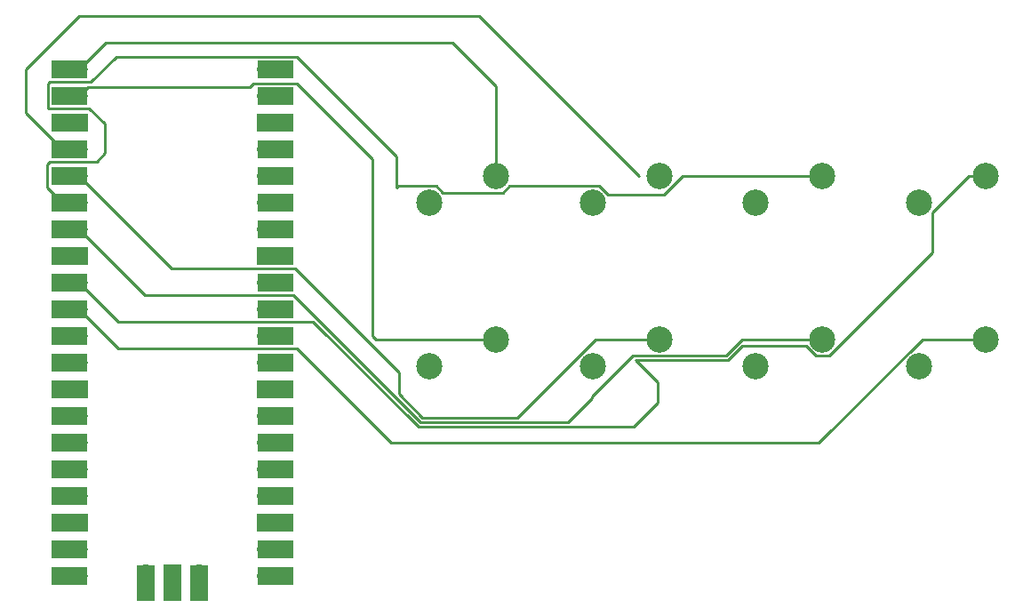
<source format=gbr>
%TF.GenerationSoftware,KiCad,Pcbnew,7.0.6*%
%TF.CreationDate,2023-07-15T16:08:07+01:00*%
%TF.ProjectId,Pico-Powered Keyboard,5069636f-2d50-46f7-9765-726564204b65,rev?*%
%TF.SameCoordinates,Original*%
%TF.FileFunction,Copper,L1,Top*%
%TF.FilePolarity,Positive*%
%FSLAX46Y46*%
G04 Gerber Fmt 4.6, Leading zero omitted, Abs format (unit mm)*
G04 Created by KiCad (PCBNEW 7.0.6) date 2023-07-15 16:08:07*
%MOMM*%
%LPD*%
G01*
G04 APERTURE LIST*
%TA.AperFunction,ComponentPad*%
%ADD10O,1.700000X1.700000*%
%TD*%
%TA.AperFunction,SMDPad,CuDef*%
%ADD11R,3.500000X1.700000*%
%TD*%
%TA.AperFunction,ComponentPad*%
%ADD12R,1.700000X1.700000*%
%TD*%
%TA.AperFunction,SMDPad,CuDef*%
%ADD13R,1.700000X3.500000*%
%TD*%
%TA.AperFunction,ComponentPad*%
%ADD14C,2.500000*%
%TD*%
%TA.AperFunction,Conductor*%
%ADD15C,0.250000*%
%TD*%
G04 APERTURE END LIST*
D10*
%TO.P,U2,1,GPIO0*%
%TO.N,Net-(U2-GPIO0)*%
X78740000Y-38100000D03*
D11*
X77840000Y-38100000D03*
D10*
%TO.P,U2,2,GPIO1*%
%TO.N,Net-(U2-GPIO1)*%
X78740000Y-40640000D03*
D11*
X77840000Y-40640000D03*
%TO.P,U2,3,GND*%
%TO.N,unconnected-(U2-GND-Pad3)*%
X77840000Y-43180000D03*
D12*
X78740000Y-43180000D03*
D10*
%TO.P,U2,4,GPIO2*%
%TO.N,Net-(U2-GPIO2)*%
X78740000Y-45720000D03*
D11*
X77840000Y-45720000D03*
D10*
%TO.P,U2,5,GPIO3*%
%TO.N,Net-(U2-GPIO3)*%
X78740000Y-48260000D03*
D11*
X77840000Y-48260000D03*
D10*
%TO.P,U2,6,GPIO4*%
%TO.N,Net-(U2-GPIO4)*%
X78740000Y-50800000D03*
D11*
X77840000Y-50800000D03*
%TO.P,U2,7,GPIO5*%
%TO.N,Net-(U2-GPIO5)*%
X77840000Y-53340000D03*
D10*
X78740000Y-53340000D03*
D12*
%TO.P,U2,8,GND*%
%TO.N,unconnected-(U2-GND-Pad8)*%
X78740000Y-55880000D03*
D11*
X77840000Y-55880000D03*
%TO.P,U2,9,GPIO6*%
%TO.N,Net-(U2-GPIO6)*%
X77840000Y-58420000D03*
D10*
X78740000Y-58420000D03*
%TO.P,U2,10,GPIO7*%
%TO.N,Net-(U2-GPIO7)*%
X78740000Y-60960000D03*
D11*
X77840000Y-60960000D03*
%TO.P,U2,11,GPIO8*%
%TO.N,unconnected-(U2-GPIO8-Pad11)*%
X77840000Y-63500000D03*
D10*
X78740000Y-63500000D03*
%TO.P,U2,12,GPIO9*%
%TO.N,unconnected-(U2-GPIO9-Pad12)*%
X78740000Y-66040000D03*
D11*
X77840000Y-66040000D03*
D12*
%TO.P,U2,13,GND*%
%TO.N,unconnected-(U2-GND-Pad13)*%
X78740000Y-68580000D03*
D11*
X77840000Y-68580000D03*
%TO.P,U2,14,GPIO10*%
%TO.N,unconnected-(U2-GPIO10-Pad14)*%
X77840000Y-71120000D03*
D10*
X78740000Y-71120000D03*
%TO.P,U2,15,GPIO11*%
%TO.N,unconnected-(U2-GPIO11-Pad15)*%
X78740000Y-73660000D03*
D11*
X77840000Y-73660000D03*
%TO.P,U2,16,GPIO12*%
%TO.N,unconnected-(U2-GPIO12-Pad16)*%
X77840000Y-76200000D03*
D10*
X78740000Y-76200000D03*
D11*
%TO.P,U2,17,GPIO13*%
%TO.N,unconnected-(U2-GPIO13-Pad17)*%
X77840000Y-78740000D03*
D10*
X78740000Y-78740000D03*
D11*
%TO.P,U2,18,GND*%
%TO.N,unconnected-(U2-GND-Pad18)*%
X77840000Y-81280000D03*
D12*
X78740000Y-81280000D03*
D10*
%TO.P,U2,19,GPIO14*%
%TO.N,unconnected-(U2-GPIO14-Pad19)*%
X78740000Y-83820000D03*
D11*
X77840000Y-83820000D03*
%TO.P,U2,20,GPIO15*%
%TO.N,unconnected-(U2-GPIO15-Pad20)*%
X77840000Y-86360000D03*
D10*
X78740000Y-86360000D03*
D11*
%TO.P,U2,21,GPIO16*%
%TO.N,unconnected-(U2-GPIO16-Pad21)*%
X97420000Y-86360000D03*
D10*
X96520000Y-86360000D03*
D11*
%TO.P,U2,22,GPIO17*%
%TO.N,unconnected-(U2-GPIO17-Pad22)*%
X97420000Y-83820000D03*
D10*
X96520000Y-83820000D03*
D11*
%TO.P,U2,23,GND*%
%TO.N,Net-(SW1-Pad1)*%
X97420000Y-81280000D03*
D12*
X96520000Y-81280000D03*
D10*
%TO.P,U2,24,GPIO18*%
%TO.N,unconnected-(U2-GPIO18-Pad24)*%
X96520000Y-78740000D03*
D11*
X97420000Y-78740000D03*
%TO.P,U2,25,GPIO19*%
%TO.N,unconnected-(U2-GPIO19-Pad25)*%
X97420000Y-76200000D03*
D10*
X96520000Y-76200000D03*
D11*
%TO.P,U2,26,GPIO20*%
%TO.N,unconnected-(U2-GPIO20-Pad26)*%
X97420000Y-73660000D03*
D10*
X96520000Y-73660000D03*
%TO.P,U2,27,GPIO21*%
%TO.N,unconnected-(U2-GPIO21-Pad27)*%
X96520000Y-71120000D03*
D11*
X97420000Y-71120000D03*
D12*
%TO.P,U2,28,GND*%
%TO.N,unconnected-(U2-GND-Pad28)*%
X96520000Y-68580000D03*
D11*
X97420000Y-68580000D03*
D10*
%TO.P,U2,29,GPIO22*%
%TO.N,unconnected-(U2-GPIO22-Pad29)*%
X96520000Y-66040000D03*
D11*
X97420000Y-66040000D03*
%TO.P,U2,30,RUN*%
%TO.N,unconnected-(U2-RUN-Pad30)*%
X97420000Y-63500000D03*
D10*
X96520000Y-63500000D03*
%TO.P,U2,31,GPIO26_ADC0*%
%TO.N,unconnected-(U2-GPIO26_ADC0-Pad31)*%
X96520000Y-60960000D03*
D11*
X97420000Y-60960000D03*
D10*
%TO.P,U2,32,GPIO27_ADC1*%
%TO.N,unconnected-(U2-GPIO27_ADC1-Pad32)*%
X96520000Y-58420000D03*
D11*
X97420000Y-58420000D03*
%TO.P,U2,33,AGND*%
%TO.N,unconnected-(U2-AGND-Pad33)*%
X97420000Y-55880000D03*
D12*
X96520000Y-55880000D03*
D11*
%TO.P,U2,34,GPIO28_ADC2*%
%TO.N,unconnected-(U2-GPIO28_ADC2-Pad34)*%
X97420000Y-53340000D03*
D10*
X96520000Y-53340000D03*
D11*
%TO.P,U2,35,ADC_VREF*%
%TO.N,unconnected-(U2-ADC_VREF-Pad35)*%
X97420000Y-50800000D03*
D10*
X96520000Y-50800000D03*
%TO.P,U2,36,3V3*%
%TO.N,unconnected-(U2-3V3-Pad36)*%
X96520000Y-48260000D03*
D11*
X97420000Y-48260000D03*
%TO.P,U2,37,3V3_EN*%
%TO.N,unconnected-(U2-3V3_EN-Pad37)*%
X97420000Y-45720000D03*
D10*
X96520000Y-45720000D03*
D11*
%TO.P,U2,38,GND*%
%TO.N,unconnected-(U2-GND-Pad38)*%
X97420000Y-43180000D03*
D12*
X96520000Y-43180000D03*
D11*
%TO.P,U2,39,VSYS*%
%TO.N,unconnected-(U2-VSYS-Pad39)*%
X97420000Y-40640000D03*
D10*
X96520000Y-40640000D03*
%TO.P,U2,40,VBUS*%
%TO.N,unconnected-(U2-VBUS-Pad40)*%
X96520000Y-38100000D03*
D11*
X97420000Y-38100000D03*
D13*
%TO.P,U2,41,SWCLK*%
%TO.N,unconnected-(U2-SWCLK-Pad41)*%
X85090000Y-87030000D03*
D10*
X85090000Y-86130000D03*
D12*
%TO.P,U2,42,GND*%
%TO.N,unconnected-(U2-GND-Pad42)*%
X87630000Y-86130000D03*
D13*
X87630000Y-87030000D03*
D10*
%TO.P,U2,43,SWDIO*%
%TO.N,unconnected-(U2-SWDIO-Pad43)*%
X90170000Y-86130000D03*
D13*
X90170000Y-87030000D03*
%TD*%
D14*
%TO.P,SW8,1*%
%TO.N,Net-(SW1-Pad1)*%
X158750000Y-66350000D03*
%TO.P,SW8,2*%
%TO.N,Net-(U2-GPIO7)*%
X165100000Y-63810000D03*
%TD*%
%TO.P,SW7,1*%
%TO.N,Net-(SW1-Pad1)*%
X158750000Y-50800000D03*
%TO.P,SW7,2*%
%TO.N,Net-(U2-GPIO6)*%
X165100000Y-48260000D03*
%TD*%
%TO.P,SW6,1*%
%TO.N,Net-(SW1-Pad1)*%
X143200000Y-66350000D03*
%TO.P,SW6,2*%
%TO.N,Net-(U2-GPIO5)*%
X149550000Y-63810000D03*
%TD*%
%TO.P,SW5,1*%
%TO.N,Net-(SW1-Pad1)*%
X143200000Y-50800000D03*
%TO.P,SW5,2*%
%TO.N,Net-(U2-GPIO4)*%
X149550000Y-48260000D03*
%TD*%
%TO.P,SW4,1*%
%TO.N,Net-(SW1-Pad1)*%
X127650000Y-66350000D03*
%TO.P,SW4,2*%
%TO.N,Net-(U2-GPIO3)*%
X134000000Y-63810000D03*
%TD*%
%TO.P,SW3,1*%
%TO.N,Net-(SW1-Pad1)*%
X127650000Y-50800000D03*
%TO.P,SW3,2*%
%TO.N,Net-(U2-GPIO2)*%
X134000000Y-48260000D03*
%TD*%
%TO.P,SW2,1*%
%TO.N,Net-(SW1-Pad1)*%
X112100000Y-66350000D03*
%TO.P,SW2,2*%
%TO.N,Net-(U2-GPIO1)*%
X118450000Y-63810000D03*
%TD*%
%TO.P,SW1,1*%
%TO.N,Net-(SW1-Pad1)*%
X112100000Y-50800000D03*
%TO.P,SW1,2*%
%TO.N,Net-(U2-GPIO0)*%
X118450000Y-48260000D03*
%TD*%
D15*
%TO.N,Net-(U2-GPIO4)*%
X75700000Y-49370000D02*
X77130000Y-50800000D01*
X75955000Y-46895000D02*
X75700000Y-47150000D01*
X80405000Y-46895000D02*
X75955000Y-46895000D01*
X81200000Y-46100000D02*
X80405000Y-46895000D01*
X81200000Y-43300000D02*
X81200000Y-46100000D01*
X79715000Y-41815000D02*
X81200000Y-43300000D01*
X75765000Y-41815000D02*
X79715000Y-41815000D01*
X75765000Y-39465000D02*
X75765000Y-41815000D01*
X75930000Y-39300000D02*
X75765000Y-39465000D01*
X79890000Y-39300000D02*
X75930000Y-39300000D01*
X82265000Y-36925000D02*
X79890000Y-39300000D01*
X99495000Y-36925000D02*
X82265000Y-36925000D01*
X109000000Y-46430000D02*
X99495000Y-36925000D01*
X109000000Y-49400000D02*
X109000000Y-46430000D01*
X109175000Y-49225000D02*
X109000000Y-49400000D01*
X77130000Y-50800000D02*
X78740000Y-50800000D01*
X112752387Y-49225000D02*
X109175000Y-49225000D01*
X128302387Y-49225000D02*
X119712387Y-49225000D01*
X119101081Y-49836306D02*
X113363693Y-49836306D01*
X129088693Y-50011306D02*
X128302387Y-49225000D01*
X134476081Y-50011306D02*
X129088693Y-50011306D01*
X75700000Y-47150000D02*
X75700000Y-49370000D01*
X136227387Y-48260000D02*
X134476081Y-50011306D01*
X119712387Y-49225000D02*
X119101081Y-49836306D01*
X113363693Y-49836306D02*
X112752387Y-49225000D01*
X149550000Y-48260000D02*
X136227387Y-48260000D01*
%TO.N,Net-(U2-GPIO7)*%
X159062613Y-63810000D02*
X165100000Y-63810000D01*
X99495000Y-64675000D02*
X108480000Y-73660000D01*
X108480000Y-73660000D02*
X149212613Y-73660000D01*
X82455000Y-64675000D02*
X99495000Y-64675000D01*
X149212613Y-73660000D02*
X159062613Y-63810000D01*
X78740000Y-60960000D02*
X82455000Y-64675000D01*
%TO.N,Net-(U2-GPIO6)*%
X163517387Y-48260000D02*
X165100000Y-48260000D01*
X160020000Y-51757387D02*
X163517387Y-48260000D01*
X160020000Y-55567387D02*
X160020000Y-51757387D01*
X150202387Y-65385000D02*
X160020000Y-55567387D01*
X148897613Y-65385000D02*
X150202387Y-65385000D01*
X147975000Y-64462387D02*
X148897613Y-65385000D01*
X141914009Y-64462387D02*
X147975000Y-64462387D01*
X140541396Y-65835000D02*
X141914009Y-64462387D01*
X131763757Y-65835000D02*
X140541396Y-65835000D01*
X133835000Y-67906243D02*
X131763757Y-65835000D01*
X133835000Y-69873757D02*
X133835000Y-67906243D01*
X131543757Y-72165000D02*
X133835000Y-69873757D01*
X111064441Y-72165000D02*
X131543757Y-72165000D01*
X101034441Y-62135000D02*
X111064441Y-72165000D01*
X82455000Y-62135000D02*
X101034441Y-62135000D01*
X78740000Y-58420000D02*
X82455000Y-62135000D01*
%TO.N,Net-(U2-GPIO5)*%
X141930000Y-63810000D02*
X149550000Y-63810000D01*
X140355000Y-65385000D02*
X141930000Y-63810000D01*
X131502387Y-65385000D02*
X140355000Y-65385000D01*
X127630000Y-69257387D02*
X131502387Y-65385000D01*
X127630000Y-69407767D02*
X127630000Y-69257387D01*
X125322767Y-71715000D02*
X127630000Y-69407767D01*
X111250837Y-71715000D02*
X125322767Y-71715000D01*
X99130837Y-59595000D02*
X111250837Y-71715000D01*
X84995000Y-59595000D02*
X99130837Y-59595000D01*
X78740000Y-53340000D02*
X84995000Y-59595000D01*
%TO.N,Net-(U2-GPIO3)*%
X109220000Y-66970000D02*
X109220000Y-69047767D01*
X120507613Y-71265000D02*
X127962613Y-63810000D01*
X99305000Y-57055000D02*
X109220000Y-66970000D01*
X111437233Y-71265000D02*
X120507613Y-71265000D01*
X127962613Y-63810000D02*
X134000000Y-63810000D01*
X87535000Y-57055000D02*
X99305000Y-57055000D01*
X109220000Y-69047767D02*
X111437233Y-71265000D01*
X78740000Y-48260000D02*
X87535000Y-57055000D01*
%TO.N,Net-(U2-GPIO2)*%
X78740000Y-33020000D02*
X116840000Y-33020000D01*
X73660000Y-38100000D02*
X78740000Y-33020000D01*
X73660000Y-42250000D02*
X73660000Y-38100000D01*
X77130000Y-45720000D02*
X73660000Y-42250000D01*
X78740000Y-45720000D02*
X77130000Y-45720000D01*
X116840000Y-33020000D02*
X132080000Y-48260000D01*
%TO.N,Net-(U2-GPIO1)*%
X106990000Y-63810000D02*
X118450000Y-63810000D01*
X106680000Y-63500000D02*
X106990000Y-63810000D01*
X106680000Y-46650000D02*
X106680000Y-63500000D01*
X99495000Y-39465000D02*
X106680000Y-46650000D01*
X95345000Y-39465000D02*
X99495000Y-39465000D01*
X95020000Y-39790000D02*
X95345000Y-39465000D01*
X79590000Y-39790000D02*
X95020000Y-39790000D01*
X78740000Y-40640000D02*
X79590000Y-39790000D01*
%TO.N,Net-(U2-GPIO0)*%
X114300000Y-35560000D02*
X118450000Y-39710000D01*
X118450000Y-39710000D02*
X118450000Y-48260000D01*
X81280000Y-35560000D02*
X114300000Y-35560000D01*
X78740000Y-38100000D02*
X81280000Y-35560000D01*
%TD*%
M02*

</source>
